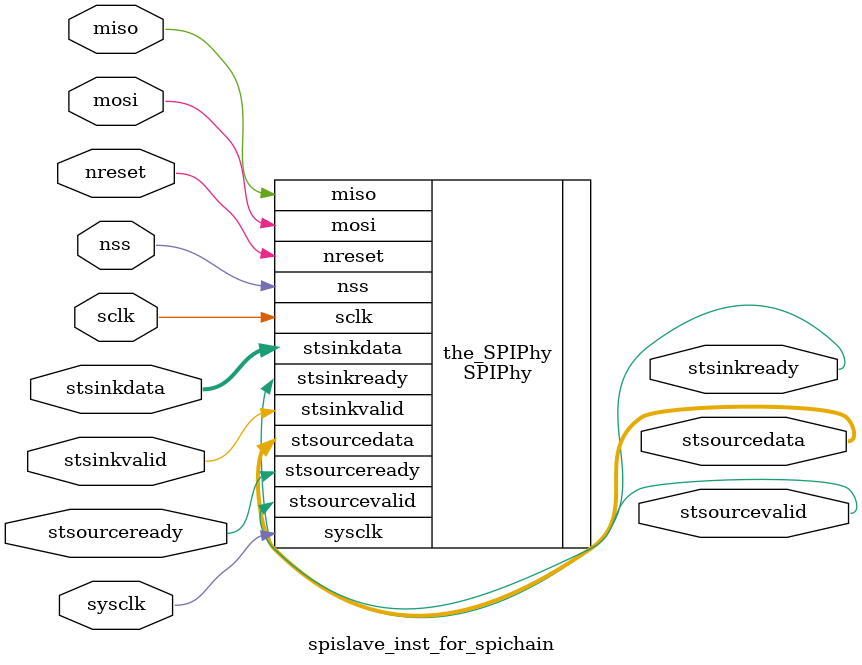
<source format=v>

`timescale 1ns / 1ps
// synthesis translate_on

// turn off superfluous verilog processor warnings 
// altera message_level Level1 
// altera message_off 10034 10035 10036 10037 10230 10240 10030 

module spislave_inst_for_spichain (
                                    // inputs:
                                     mosi,
                                     nreset,
                                     nss,
                                     sclk,
                                     stsinkdata,
                                     stsinkvalid,
                                     stsourceready,
                                     sysclk,

                                    // outputs:
                                     miso,
                                     stsinkready,
                                     stsourcedata,
                                     stsourcevalid
                                  )
;

  parameter  SYNC_DEPTH = 2; /* Number of synchronizer stages for clock crossing */

  inout            miso;
  output           stsinkready;
  output  [  7: 0] stsourcedata;
  output           stsourcevalid;
  input            mosi;
  input            nreset;
  input            nss;
  input            sclk;
  input   [  7: 0] stsinkdata;
  input            stsinkvalid;
  input            stsourceready;
  input            sysclk;

  wire             miso;
  wire             stsinkready;
  wire    [  7: 0] stsourcedata;
  wire             stsourcevalid;
  SPIPhy the_SPIPhy
    (
      .miso          (miso),
      .mosi          (mosi),
      .nreset        (nreset),
      .nss           (nss),
      .sclk          (sclk),
      .stsinkdata    (stsinkdata),
      .stsinkready   (stsinkready),
      .stsinkvalid   (stsinkvalid),
      .stsourcedata  (stsourcedata),
      .stsourceready (stsourceready),
      .stsourcevalid (stsourcevalid),
      .sysclk        (sysclk)
    );
  defparam the_SPIPhy.SYNC_DEPTH = SYNC_DEPTH;
  //defparam the_SPIPhy.CPOL = 0;


endmodule


</source>
